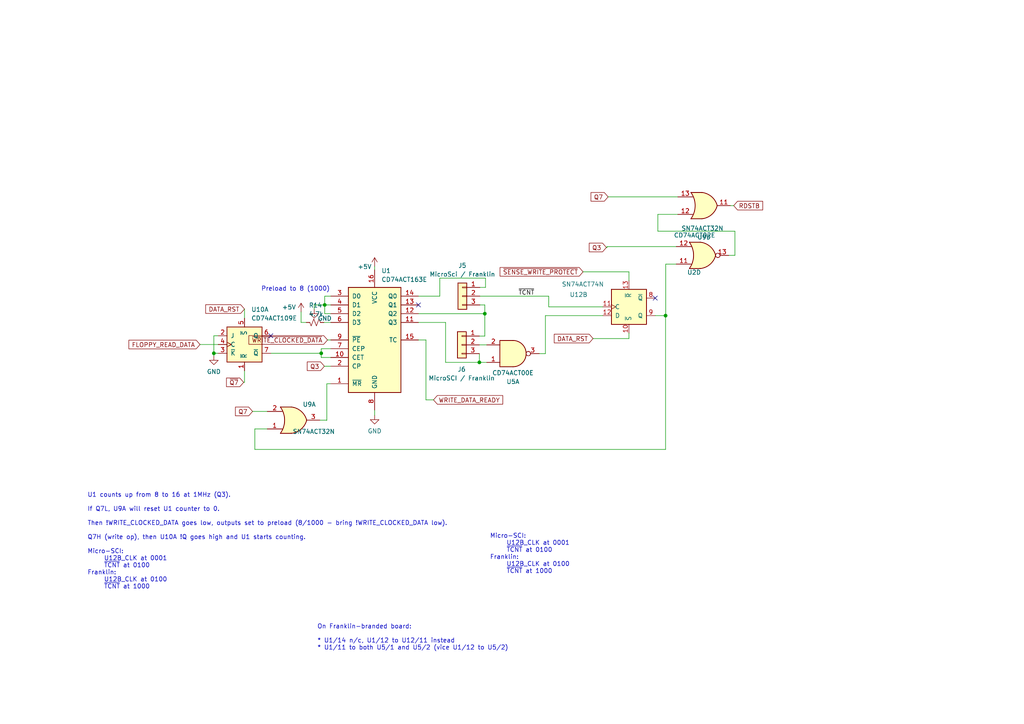
<source format=kicad_sch>
(kicad_sch (version 20230121) (generator eeschema)
  (paper "A4")
  (lib_symbols
    (symbol "74xx:74LS00" (pin_names (offset 1.016))
      (property "Reference" "U" (at 0 1.27 0))
      (property "Value" "74LS00" (at 0 -1.27 0))
      (symbol "74LS00_1_1"
        (arc (start 0 -3.81) (mid 3.7934 0) (end 0 3.81) (stroke (width 0.254)) (fill (type background)))
        (polyline (pts (xy 0 3.81) (xy -3.81 3.81) (xy -3.81 -3.81) (xy 0 -3.81)) (stroke (width 0.254)) (fill (type background)))
        (pin input line (at -7.62 2.54 0) (length 3.81) (name "~") (number "1"))
        (pin input line (at -7.62 -2.54 0) (length 3.81) (name "~") (number "2"))
        (pin output inverted (at 7.62 0 180) (length 3.81) (name "~") (number "3"))
      )
      (symbol "74LS00_1_2"
        (arc (start -3.81 -3.81) (mid -2.589 0) (end -3.81 3.81) (stroke (width 0.254)))
        (arc (start -0.6096 -3.81) (mid 2.1842 -2.5851) (end 3.81 0) (stroke (width 0.254)) (fill (type background)))
        (polyline (pts (xy -3.81 -3.81) (xy -0.635 -3.81)) (stroke (width 0.254)) (fill (type background)))
        (polyline (pts (xy -3.81 3.81) (xy -0.635 3.81)) (stroke (width 0.254)) (fill (type background)))
        (polyline (pts (xy -0.635 3.81) (xy -3.81 3.81) (xy -3.81 3.81) (xy -3.556 3.4036) (xy -3.0226 2.2606) (xy -2.6924 1.0414) (xy -2.6162 -0.254) (xy -2.7686 -1.4986) (xy -3.175 -2.7178) (xy -3.81 -3.81) (xy -3.81 -3.81) (xy -0.635 -3.81)) (stroke (width -25.4)) (fill (type background)))
        (arc (start 3.81 0) (mid 2.1915 2.5936) (end -0.6096 3.81) (stroke (width 0.254)) (fill (type background)))
        (pin input inverted (at -7.62 2.54 0) (length 4.318) (name "~") (number "1"))
        (pin input inverted (at -7.62 -2.54 0) (length 4.318) (name "~") (number "2"))
        (pin output line (at 7.62 0 180) (length 3.81) (name "~") (number "3"))
      )
      (symbol "74LS00_2_1"
        (arc (start 0 -3.81) (mid 3.7934 0) (end 0 3.81) (stroke (width 0.254)) (fill (type background)))
        (polyline (pts (xy 0 3.81) (xy -3.81 3.81) (xy -3.81 -3.81) (xy 0 -3.81)) (stroke (width 0.254)) (fill (type background)))
        (pin input line (at -7.62 2.54 0) (length 3.81) (name "~") (number "4"))
        (pin input line (at -7.62 -2.54 0) (length 3.81) (name "~") (number "5"))
        (pin output inverted (at 7.62 0 180) (length 3.81) (name "~") (number "6"))
      )
      (symbol "74LS00_2_2"
        (arc (start -3.81 -3.81) (mid -2.589 0) (end -3.81 3.81) (stroke (width 0.254)))
        (arc (start -0.6096 -3.81) (mid 2.1842 -2.5851) (end 3.81 0) (stroke (width 0.254)) (fill (type background)))
        (polyline (pts (xy -3.81 -3.81) (xy -0.635 -3.81)) (stroke (width 0.254)) (fill (type background)))
        (polyline (pts (xy -3.81 3.81) (xy -0.635 3.81)) (stroke (width 0.254)) (fill (type background)))
        (polyline (pts (xy -0.635 3.81) (xy -3.81 3.81) (xy -3.81 3.81) (xy -3.556 3.4036) (xy -3.0226 2.2606) (xy -2.6924 1.0414) (xy -2.6162 -0.254) (xy -2.7686 -1.4986) (xy -3.175 -2.7178) (xy -3.81 -3.81) (xy -3.81 -3.81) (xy -0.635 -3.81)) (stroke (width -25.4)) (fill (type background)))
        (arc (start 3.81 0) (mid 2.1915 2.5936) (end -0.6096 3.81) (stroke (width 0.254)) (fill (type background)))
        (pin input inverted (at -7.62 2.54 0) (length 4.318) (name "~") (number "4"))
        (pin input inverted (at -7.62 -2.54 0) (length 4.318) (name "~") (number "5"))
        (pin output line (at 7.62 0 180) (length 3.81) (name "~") (number "6"))
      )
      (symbol "74LS00_3_1"
        (arc (start 0 -3.81) (mid 3.7934 0) (end 0 3.81) (stroke (width 0.254)) (fill (type background)))
        (polyline (pts (xy 0 3.81) (xy -3.81 3.81) (xy -3.81 -3.81) (xy 0 -3.81)) (stroke (width 0.254)) (fill (type background)))
        (pin input line (at -7.62 -2.54 0) (length 3.81) (name "~") (number "10"))
        (pin output inverted (at 7.62 0 180) (length 3.81) (name "~") (number "8"))
        (pin input line (at -7.62 2.54 0) (length 3.81) (name "~") (number "9"))
      )
      (symbol "74LS00_3_2"
        (arc (start -3.81 -3.81) (mid -2.589 0) (end -3.81 3.81) (stroke (width 0.254)))
        (arc (start -0.6096 -3.81) (mid 2.1842 -2.5851) (end 3.81 0) (stroke (width 0.254)) (fill (type background)))
        (polyline (pts (xy -3.81 -3.81) (xy -0.635 -3.81)) (stroke (width 0.254)) (fill (type background)))
        (polyline (pts (xy -3.81 3.81) (xy -0.635 3.81)) (stroke (width 0.254)) (fill (type background)))
        (polyline (pts (xy -0.635 3.81) (xy -3.81 3.81) (xy -3.81 3.81) (xy -3.556 3.4036) (xy -3.0226 2.2606) (xy -2.6924 1.0414) (xy -2.6162 -0.254) (xy -2.7686 -1.4986) (xy -3.175 -2.7178) (xy -3.81 -3.81) (xy -3.81 -3.81) (xy -0.635 -3.81)) (stroke (width -25.4)) (fill (type background)))
        (arc (start 3.81 0) (mid 2.1915 2.5936) (end -0.6096 3.81) (stroke (width 0.254)) (fill (type background)))
        (pin input inverted (at -7.62 -2.54 0) (length 4.318) (name "~") (number "10"))
        (pin output line (at 7.62 0 180) (length 3.81) (name "~") (number "8"))
        (pin input inverted (at -7.62 2.54 0) (length 4.318) (name "~") (number "9"))
      )
      (symbol "74LS00_4_1"
        (arc (start 0 -3.81) (mid 3.7934 0) (end 0 3.81) (stroke (width 0.254)) (fill (type background)))
        (polyline (pts (xy 0 3.81) (xy -3.81 3.81) (xy -3.81 -3.81) (xy 0 -3.81)) (stroke (width 0.254)) (fill (type background)))
        (pin output inverted (at 7.62 0 180) (length 3.81) (name "~") (number "11"))
        (pin input line (at -7.62 2.54 0) (length 3.81) (name "~") (number "12"))
        (pin input line (at -7.62 -2.54 0) (length 3.81) (name "~") (number "13"))
      )
      (symbol "74LS00_4_2"
        (arc (start -3.81 -3.81) (mid -2.589 0) (end -3.81 3.81) (stroke (width 0.254)))
        (arc (start -0.6096 -3.81) (mid 2.1842 -2.5851) (end 3.81 0) (stroke (width 0.254)) (fill (type background)))
        (polyline (pts (xy -3.81 -3.81) (xy -0.635 -3.81)) (stroke (width 0.254)) (fill (type background)))
        (polyline (pts (xy -3.81 3.81) (xy -0.635 3.81)) (stroke (width 0.254)) (fill (type background)))
        (polyline (pts (xy -0.635 3.81) (xy -3.81 3.81) (xy -3.81 3.81) (xy -3.556 3.4036) (xy -3.0226 2.2606) (xy -2.6924 1.0414) (xy -2.6162 -0.254) (xy -2.7686 -1.4986) (xy -3.175 -2.7178) (xy -3.81 -3.81) (xy -3.81 -3.81) (xy -0.635 -3.81)) (stroke (width -25.4)) (fill (type background)))
        (arc (start 3.81 0) (mid 2.1915 2.5936) (end -0.6096 3.81) (stroke (width 0.254)) (fill (type background)))
        (pin output line (at 7.62 0 180) (length 3.81) (name "~") (number "11"))
        (pin input inverted (at -7.62 2.54 0) (length 4.318) (name "~") (number "12"))
        (pin input inverted (at -7.62 -2.54 0) (length 4.318) (name "~") (number "13"))
      )
      (symbol "74LS00_5_0"
        (pin power_in line (at 0 12.7 270) (length 5.08) (name "VCC") (number "14"))
        (pin power_in line (at 0 -12.7 90) (length 5.08) (name "GND") (number "7"))
      )
      (symbol "74LS00_5_1"
        (rectangle (start -5.08 7.62) (end 5.08 -7.62) (stroke (width 0.254)) (fill (type background)))
      )
    )
    (symbol "74xx:74LS02" (pin_names (offset 1.016))
      (property "Reference" "U" (at 0 1.27 0))
      (property "Value" "74LS02" (at 0 -1.27 0))
      (symbol "74LS02_1_1"
        (arc (start -3.81 -3.81) (mid -2.589 0) (end -3.81 3.81) (stroke (width 0.254)))
        (arc (start -0.6096 -3.81) (mid 2.1842 -2.5851) (end 3.81 0) (stroke (width 0.254)) (fill (type background)))
        (polyline (pts (xy -3.81 -3.81) (xy -0.635 -3.81)) (stroke (width 0.254)) (fill (type background)))
        (polyline (pts (xy -3.81 3.81) (xy -0.635 3.81)) (stroke (width 0.254)) (fill (type background)))
        (polyline (pts (xy -0.635 3.81) (xy -3.81 3.81) (xy -3.81 3.81) (xy -3.556 3.4036) (xy -3.0226 2.2606) (xy -2.6924 1.0414) (xy -2.6162 -0.254) (xy -2.7686 -1.4986) (xy -3.175 -2.7178) (xy -3.81 -3.81) (xy -3.81 -3.81) (xy -0.635 -3.81)) (stroke (width -25.4)) (fill (type background)))
        (arc (start 3.81 0) (mid 2.1915 2.5936) (end -0.6096 3.81) (stroke (width 0.254)) (fill (type background)))
        (pin output inverted (at 7.62 0 180) (length 3.81) (name "~") (number "1"))
        (pin input line (at -7.62 2.54 0) (length 4.318) (name "~") (number "2"))
        (pin input line (at -7.62 -2.54 0) (length 4.318) (name "~") (number "3"))
      )
      (symbol "74LS02_1_2"
        (arc (start 0 -3.81) (mid 3.7934 0) (end 0 3.81) (stroke (width 0.254)) (fill (type background)))
        (polyline (pts (xy 0 3.81) (xy -3.81 3.81) (xy -3.81 -3.81) (xy 0 -3.81)) (stroke (width 0.254)) (fill (type background)))
        (pin output line (at 7.62 0 180) (length 3.81) (name "~") (number "1"))
        (pin input inverted (at -7.62 2.54 0) (length 3.81) (name "~") (number "2"))
        (pin input inverted (at -7.62 -2.54 0) (length 3.81) (name "~") (number "3"))
      )
      (symbol "74LS02_2_1"
        (arc (start -3.81 -3.81) (mid -2.589 0) (end -3.81 3.81) (stroke (width 0.254)))
        (arc (start -0.6096 -3.81) (mid 2.1842 -2.5851) (end 3.81 0) (stroke (width 0.254)) (fill (type background)))
        (polyline (pts (xy -3.81 -3.81) (xy -0.635 -3.81)) (stroke (width 0.254)) (fill (type background)))
        (polyline (pts (xy -3.81 3.81) (xy -0.635 3.81)) (stroke (width 0.254)) (fill (type background)))
        (polyline (pts (xy -0.635 3.81) (xy -3.81 3.81) (xy -3.81 3.81) (xy -3.556 3.4036) (xy -3.0226 2.2606) (xy -2.6924 1.0414) (xy -2.6162 -0.254) (xy -2.7686 -1.4986) (xy -3.175 -2.7178) (xy -3.81 -3.81) (xy -3.81 -3.81) (xy -0.635 -3.81)) (stroke (width -25.4)) (fill (type background)))
        (arc (start 3.81 0) (mid 2.1915 2.5936) (end -0.6096 3.81) (stroke (width 0.254)) (fill (type background)))
        (pin output inverted (at 7.62 0 180) (length 3.81) (name "~") (number "4"))
        (pin input line (at -7.62 2.54 0) (length 4.318) (name "~") (number "5"))
        (pin input line (at -7.62 -2.54 0) (length 4.318) (name "~") (number "6"))
      )
      (symbol "74LS02_2_2"
        (arc (start 0 -3.81) (mid 3.7934 0) (end 0 3.81) (stroke (width 0.254)) (fill (type background)))
        (polyline (pts (xy 0 3.81) (xy -3.81 3.81) (xy -3.81 -3.81) (xy 0 -3.81)) (stroke (width 0.254)) (fill (type background)))
        (pin output line (at 7.62 0 180) (length 3.81) (name "~") (number "4"))
        (pin input inverted (at -7.62 2.54 0) (length 3.81) (name "~") (number "5"))
        (pin input inverted (at -7.62 -2.54 0) (length 3.81) (name "~") (number "6"))
      )
      (symbol "74LS02_3_1"
        (arc (start -3.81 -3.81) (mid -2.589 0) (end -3.81 3.81) (stroke (width 0.254)))
        (arc (start -0.6096 -3.81) (mid 2.1842 -2.5851) (end 3.81 0) (stroke (width 0.254)) (fill (type background)))
        (polyline (pts (xy -3.81 -3.81) (xy -0.635 -3.81)) (stroke (width 0.254)) (fill (type background)))
        (polyline (pts (xy -3.81 3.81) (xy -0.635 3.81)) (stroke (width 0.254)) (fill (type background)))
        (polyline (pts (xy -0.635 3.81) (xy -3.81 3.81) (xy -3.81 3.81) (xy -3.556 3.4036) (xy -3.0226 2.2606) (xy -2.6924 1.0414) (xy -2.6162 -0.254) (xy -2.7686 -1.4986) (xy -3.175 -2.7178) (xy -3.81 -3.81) (xy -3.81 -3.81) (xy -0.635 -3.81)) (stroke (width -25.4)) (fill (type background)))
        (arc (start 3.81 0) (mid 2.1915 2.5936) (end -0.6096 3.81) (stroke (width 0.254)) (fill (type background)))
        (pin output inverted (at 7.62 0 180) (length 3.81) (name "~") (number "10"))
        (pin input line (at -7.62 2.54 0) (length 4.318) (name "~") (number "8"))
        (pin input line (at -7.62 -2.54 0) (length 4.318) (name "~") (number "9"))
      )
      (symbol "74LS02_3_2"
        (arc (start 0 -3.81) (mid 3.7934 0) (end 0 3.81) (stroke (width 0.254)) (fill (type background)))
        (polyline (pts (xy 0 3.81) (xy -3.81 3.81) (xy -3.81 -3.81) (xy 0 -3.81)) (stroke (width 0.254)) (fill (type background)))
        (pin output line (at 7.62 0 180) (length 3.81) (name "~") (number "10"))
        (pin input inverted (at -7.62 2.54 0) (length 3.81) (name "~") (number "8"))
        (pin input inverted (at -7.62 -2.54 0) (length 3.81) (name "~") (number "9"))
      )
      (symbol "74LS02_4_1"
        (arc (start -3.81 -3.81) (mid -2.589 0) (end -3.81 3.81) (stroke (width 0.254)))
        (arc (start -0.6096 -3.81) (mid 2.1842 -2.5851) (end 3.81 0) (stroke (width 0.254)) (fill (type background)))
        (polyline (pts (xy -3.81 -3.81) (xy -0.635 -3.81)) (stroke (width 0.254)) (fill (type background)))
        (polyline (pts (xy -3.81 3.81) (xy -0.635 3.81)) (stroke (width 0.254)) (fill (type background)))
        (polyline (pts (xy -0.635 3.81) (xy -3.81 3.81) (xy -3.81 3.81) (xy -3.556 3.4036) (xy -3.0226 2.2606) (xy -2.6924 1.0414) (xy -2.6162 -0.254) (xy -2.7686 -1.4986) (xy -3.175 -2.7178) (xy -3.81 -3.81) (xy -3.81 -3.81) (xy -0.635 -3.81)) (stroke (width -25.4)) (fill (type background)))
        (arc (start 3.81 0) (mid 2.1915 2.5936) (end -0.6096 3.81) (stroke (width 0.254)) (fill (type background)))
        (pin input line (at -7.62 2.54 0) (length 4.318) (name "~") (number "11"))
        (pin input line (at -7.62 -2.54 0) (length 4.318) (name "~") (number "12"))
        (pin output inverted (at 7.62 0 180) (length 3.81) (name "~") (number "13"))
      )
      (symbol "74LS02_4_2"
        (arc (start 0 -3.81) (mid 3.7934 0) (end 0 3.81) (stroke (width 0.254)) (fill (type background)))
        (polyline (pts (xy 0 3.81) (xy -3.81 3.81) (xy -3.81 -3.81) (xy 0 -3.81)) (stroke (width 0.254)) (fill (type background)))
        (pin input inverted (at -7.62 2.54 0) (length 3.81) (name "~") (number "11"))
        (pin input inverted (at -7.62 -2.54 0) (length 3.81) (name "~") (number "12"))
        (pin output line (at 7.62 0 180) (length 3.81) (name "~") (number "13"))
      )
      (symbol "74LS02_5_0"
        (pin power_in line (at 0 12.7 270) (length 5.08) (name "VCC") (number "14"))
        (pin power_in line (at 0 -12.7 90) (length 5.08) (name "GND") (number "7"))
      )
      (symbol "74LS02_5_1"
        (rectangle (start -5.08 7.62) (end 5.08 -7.62) (stroke (width 0.254)) (fill (type background)))
      )
    )
    (symbol "74xx:74LS109" (pin_names (offset 1.016))
      (property "Reference" "U" (at -7.62 8.89 0))
      (property "Value" "74LS109" (at -7.62 -8.89 0))
      (symbol "74LS109_1_0"
        (pin input line (at 0 -7.62 90) (length 2.54) (name "~{R}") (number "1"))
        (pin input line (at -7.62 2.54 0) (length 2.54) (name "J") (number "2"))
        (pin input line (at -7.62 -2.54 0) (length 2.54) (name "~{K}") (number "3"))
        (pin input clock (at -7.62 0 0) (length 2.54) (name "C") (number "4"))
        (pin input line (at 0 7.62 270) (length 2.54) (name "~{S}") (number "5"))
        (pin output line (at 7.62 2.54 180) (length 2.54) (name "Q") (number "6"))
        (pin output line (at 7.62 -2.54 180) (length 2.54) (name "~{Q}") (number "7"))
      )
      (symbol "74LS109_1_1"
        (rectangle (start -5.08 5.08) (end 5.08 -5.08) (stroke (width 0.254)) (fill (type background)))
      )
      (symbol "74LS109_2_0"
        (pin output line (at 7.62 2.54 180) (length 2.54) (name "Q") (number "10"))
        (pin input line (at 0 7.62 270) (length 2.54) (name "~{S}") (number "11"))
        (pin input clock (at -7.62 0 0) (length 2.54) (name "C") (number "12"))
        (pin input line (at -7.62 -2.54 0) (length 2.54) (name "~{K}") (number "13"))
        (pin input line (at -7.62 2.54 0) (length 2.54) (name "J") (number "14"))
        (pin input line (at 0 -7.62 90) (length 2.54) (name "~{R}") (number "15"))
        (pin output line (at 7.62 -2.54 180) (length 2.54) (name "~{Q}") (number "9"))
      )
      (symbol "74LS109_2_1"
        (rectangle (start -5.08 5.08) (end 5.08 -5.08) (stroke (width 0.254)) (fill (type background)))
      )
      (symbol "74LS109_3_0"
        (pin power_in line (at 0 10.16 270) (length 2.54) (name "VCC") (number "16"))
        (pin power_in line (at 0 -10.16 90) (length 2.54) (name "GND") (number "8"))
      )
      (symbol "74LS109_3_1"
        (rectangle (start -5.08 7.62) (end 5.08 -7.62) (stroke (width 0.254)) (fill (type background)))
      )
    )
    (symbol "74xx:74LS163" (pin_names (offset 1.016))
      (property "Reference" "U" (at -7.62 16.51 0))
      (property "Value" "74LS163" (at -7.62 -16.51 0))
      (symbol "74LS163_1_0"
        (pin input line (at -12.7 -12.7 0) (length 5.08) (name "~{MR}") (number "1"))
        (pin input line (at -12.7 -5.08 0) (length 5.08) (name "CET") (number "10"))
        (pin output line (at 12.7 5.08 180) (length 5.08) (name "Q3") (number "11"))
        (pin output line (at 12.7 7.62 180) (length 5.08) (name "Q2") (number "12"))
        (pin output line (at 12.7 10.16 180) (length 5.08) (name "Q1") (number "13"))
        (pin output line (at 12.7 12.7 180) (length 5.08) (name "Q0") (number "14"))
        (pin output line (at 12.7 0 180) (length 5.08) (name "TC") (number "15"))
        (pin power_in line (at 0 20.32 270) (length 5.08) (name "VCC") (number "16"))
        (pin input line (at -12.7 -7.62 0) (length 5.08) (name "CP") (number "2"))
        (pin input line (at -12.7 12.7 0) (length 5.08) (name "D0") (number "3"))
        (pin input line (at -12.7 10.16 0) (length 5.08) (name "D1") (number "4"))
        (pin input line (at -12.7 7.62 0) (length 5.08) (name "D2") (number "5"))
        (pin input line (at -12.7 5.08 0) (length 5.08) (name "D3") (number "6"))
        (pin input line (at -12.7 -2.54 0) (length 5.08) (name "CEP") (number "7"))
        (pin power_in line (at 0 -20.32 90) (length 5.08) (name "GND") (number "8"))
        (pin input line (at -12.7 0 0) (length 5.08) (name "~{PE}") (number "9"))
      )
      (symbol "74LS163_1_1"
        (rectangle (start -7.62 15.24) (end 7.62 -15.24) (stroke (width 0.254)) (fill (type background)))
      )
    )
    (symbol "74xx:74LS32" (pin_names (offset 1.016))
      (property "Reference" "U" (at 0 1.27 0))
      (property "Value" "74LS32" (at 0 -1.27 0))
      (symbol "74LS32_1_1"
        (arc (start -3.81 -3.81) (mid -2.589 0) (end -3.81 3.81) (stroke (width 0.254)))
        (arc (start -0.6096 -3.81) (mid 2.1842 -2.5851) (end 3.81 0) (stroke (width 0.254)) (fill (type background)))
        (polyline (pts (xy -3.81 -3.81) (xy -0.635 -3.81)) (stroke (width 0.254)) (fill (type background)))
        (polyline (pts (xy -3.81 3.81) (xy -0.635 3.81)) (stroke (width 0.254)) (fill (type background)))
        (polyline (pts (xy -0.635 3.81) (xy -3.81 3.81) (xy -3.81 3.81) (xy -3.556 3.4036) (xy -3.0226 2.2606) (xy -2.6924 1.0414) (xy -2.6162 -0.254) (xy -2.7686 -1.4986) (xy -3.175 -2.7178) (xy -3.81 -3.81) (xy -3.81 -3.81) (xy -0.635 -3.81)) (stroke (width -25.4)) (fill (type background)))
        (arc (start 3.81 0) (mid 2.1915 2.5936) (end -0.6096 3.81) (stroke (width 0.254)) (fill (type background)))
        (pin input line (at -7.62 2.54 0) (length 4.318) (name "~") (number "1"))
        (pin input line (at -7.62 -2.54 0) (length 4.318) (name "~") (number "2"))
        (pin output line (at 7.62 0 180) (length 3.81) (name "~") (number "3"))
      )
      (symbol "74LS32_1_2"
        (arc (start 0 -3.81) (mid 3.7934 0) (end 0 3.81) (stroke (width 0.254)) (fill (type background)))
        (polyline (pts (xy 0 3.81) (xy -3.81 3.81) (xy -3.81 -3.81) (xy 0 -3.81)) (stroke (width 0.254)) (fill (type background)))
        (pin input inverted (at -7.62 2.54 0) (length 3.81) (name "~") (number "1"))
        (pin input inverted (at -7.62 -2.54 0) (length 3.81) (name "~") (number "2"))
        (pin output inverted (at 7.62 0 180) (length 3.81) (name "~") (number "3"))
      )
      (symbol "74LS32_2_1"
        (arc (start -3.81 -3.81) (mid -2.589 0) (end -3.81 3.81) (stroke (width 0.254)))
        (arc (start -0.6096 -3.81) (mid 2.1842 -2.5851) (end 3.81 0) (stroke (width 0.254)) (fill (type background)))
        (polyline (pts (xy -3.81 -3.81) (xy -0.635 -3.81)) (stroke (width 0.254)) (fill (type background)))
        (polyline (pts (xy -3.81 3.81) (xy -0.635 3.81)) (stroke (width 0.254)) (fill (type background)))
        (polyline (pts (xy -0.635 3.81) (xy -3.81 3.81) (xy -3.81 3.81) (xy -3.556 3.4036) (xy -3.0226 2.2606) (xy -2.6924 1.0414) (xy -2.6162 -0.254) (xy -2.7686 -1.4986) (xy -3.175 -2.7178) (xy -3.81 -3.81) (xy -3.81 -3.81) (xy -0.635 -3.81)) (stroke (width -25.4)) (fill (type background)))
        (arc (start 3.81 0) (mid 2.1915 2.5936) (end -0.6096 3.81) (stroke (width 0.254)) (fill (type background)))
        (pin input line (at -7.62 2.54 0) (length 4.318) (name "~") (number "4"))
        (pin input line (at -7.62 -2.54 0) (length 4.318) (name "~") (number "5"))
        (pin output line (at 7.62 0 180) (length 3.81) (name "~") (number "6"))
      )
      (symbol "74LS32_2_2"
        (arc (start 0 -3.81) (mid 3.7934 0) (end 0 3.81) (stroke (width 0.254)) (fill (type background)))
        (polyline (pts (xy 0 3.81) (xy -3.81 3.81) (xy -3.81 -3.81) (xy 0 -3.81)) (stroke (width 0.254)) (fill (type background)))
        (pin input inverted (at -7.62 2.54 0) (length 3.81) (name "~") (number "4"))
        (pin input inverted (at -7.62 -2.54 0) (length 3.81) (name "~") (number "5"))
        (pin output inverted (at 7.62 0 180) (length 3.81) (name "~") (number "6"))
      )
      (symbol "74LS32_3_1"
        (arc (start -3.81 -3.81) (mid -2.589 0) (end -3.81 3.81) (stroke (width 0.254)))
        (arc (start -0.6096 -3.81) (mid 2.1842 -2.5851) (end 3.81 0) (stroke (width 0.254)) (fill (type background)))
        (polyline (pts (xy -3.81 -3.81) (xy -0.635 -3.81)) (stroke (width 0.254)) (fill (type background)))
        (polyline (pts (xy -3.81 3.81) (xy -0.635 3.81)) (stroke (width 0.254)) (fill (type background)))
        (polyline (pts (xy -0.635 3.81) (xy -3.81 3.81) (xy -3.81 3.81) (xy -3.556 3.4036) (xy -3.0226 2.2606) (xy -2.6924 1.0414) (xy -2.6162 -0.254) (xy -2.7686 -1.4986) (xy -3.175 -2.7178) (xy -3.81 -3.81) (xy -3.81 -3.81) (xy -0.635 -3.81)) (stroke (width -25.4)) (fill (type background)))
        (arc (start 3.81 0) (mid 2.1915 2.5936) (end -0.6096 3.81) (stroke (width 0.254)) (fill (type background)))
        (pin input line (at -7.62 -2.54 0) (length 4.318) (name "~") (number "10"))
        (pin output line (at 7.62 0 180) (length 3.81) (name "~") (number "8"))
        (pin input line (at -7.62 2.54 0) (length 4.318) (name "~") (number "9"))
      )
      (symbol "74LS32_3_2"
        (arc (start 0 -3.81) (mid 3.7934 0) (end 0 3.81) (stroke (width 0.254)) (fill (type background)))
        (polyline (pts (xy 0 3.81) (xy -3.81 3.81) (xy -3.81 -3.81) (xy 0 -3.81)) (stroke (width 0.254)) (fill (type background)))
        (pin input inverted (at -7.62 -2.54 0) (length 3.81) (name "~") (number "10"))
        (pin output inverted (at 7.62 0 180) (length 3.81) (name "~") (number "8"))
        (pin input inverted (at -7.62 2.54 0) (length 3.81) (name "~") (number "9"))
      )
      (symbol "74LS32_4_1"
        (arc (start -3.81 -3.81) (mid -2.589 0) (end -3.81 3.81) (stroke (width 0.254)))
        (arc (start -0.6096 -3.81) (mid 2.1842 -2.5851) (end 3.81 0) (stroke (width 0.254)) (fill (type background)))
        (polyline (pts (xy -3.81 -3.81) (xy -0.635 -3.81)) (stroke (width 0.254)) (fill (type background)))
        (polyline (pts (xy -3.81 3.81) (xy -0.635 3.81)) (stroke (width 0.254)) (fill (type background)))
        (polyline (pts (xy -0.635 3.81) (xy -3.81 3.81) (xy -3.81 3.81) (xy -3.556 3.4036) (xy -3.0226 2.2606) (xy -2.6924 1.0414) (xy -2.6162 -0.254) (xy -2.7686 -1.4986) (xy -3.175 -2.7178) (xy -3.81 -3.81) (xy -3.81 -3.81) (xy -0.635 -3.81)) (stroke (width -25.4)) (fill (type background)))
        (arc (start 3.81 0) (mid 2.1915 2.5936) (end -0.6096 3.81) (stroke (width 0.254)) (fill (type background)))
        (pin output line (at 7.62 0 180) (length 3.81) (name "~") (number "11"))
        (pin input line (at -7.62 2.54 0) (length 4.318) (name "~") (number "12"))
        (pin input line (at -7.62 -2.54 0) (length 4.318) (name "~") (number "13"))
      )
      (symbol "74LS32_4_2"
        (arc (start 0 -3.81) (mid 3.7934 0) (end 0 3.81) (stroke (width 0.254)) (fill (type background)))
        (polyline (pts (xy 0 3.81) (xy -3.81 3.81) (xy -3.81 -3.81) (xy 0 -3.81)) (stroke (width 0.254)) (fill (type background)))
        (pin output inverted (at 7.62 0 180) (length 3.81) (name "~") (number "11"))
        (pin input inverted (at -7.62 2.54 0) (length 3.81) (name "~") (number "12"))
        (pin input inverted (at -7.62 -2.54 0) (length 3.81) (name "~") (number "13"))
      )
      (symbol "74LS32_5_0"
        (pin power_in line (at 0 12.7 270) (length 5.08) (name "VCC") (number "14"))
        (pin power_in line (at 0 -12.7 90) (length 5.08) (name "GND") (number "7"))
      )
      (symbol "74LS32_5_1"
        (rectangle (start -5.08 7.62) (end 5.08 -7.62) (stroke (width 0.254)) (fill (type background)))
      )
    )
    (symbol "74xx:74LS74" (pin_names (offset 1.016))
      (property "Reference" "U" (at -7.62 8.89 0))
      (property "Value" "74LS74" (at -7.62 -8.89 0))
      (symbol "74LS74_1_0"
        (pin input line (at 0 -7.62 90) (length 2.54) (name "~{R}") (number "1"))
        (pin input line (at -7.62 2.54 0) (length 2.54) (name "D") (number "2"))
        (pin input clock (at -7.62 0 0) (length 2.54) (name "C") (number "3"))
        (pin input line (at 0 7.62 270) (length 2.54) (name "~{S}") (number "4"))
        (pin output line (at 7.62 2.54 180) (length 2.54) (name "Q") (number "5"))
        (pin output line (at 7.62 -2.54 180) (length 2.54) (name "~{Q}") (number "6"))
      )
      (symbol "74LS74_1_1"
        (rectangle (start -5.08 5.08) (end 5.08 -5.08) (stroke (width 0.254)) (fill (type background)))
      )
      (symbol "74LS74_2_0"
        (pin input line (at 0 7.62 270) (length 2.54) (name "~{S}") (number "10"))
        (pin input clock (at -7.62 0 0) (length 2.54) (name "C") (number "11"))
        (pin input line (at -7.62 2.54 0) (length 2.54) (name "D") (number "12"))
        (pin input line (at 0 -7.62 90) (length 2.54) (name "~{R}") (number "13"))
        (pin output line (at 7.62 -2.54 180) (length 2.54) (name "~{Q}") (number "8"))
        (pin output line (at 7.62 2.54 180) (length 2.54) (name "Q") (number "9"))
      )
      (symbol "74LS74_2_1"
        (rectangle (start -5.08 5.08) (end 5.08 -5.08) (stroke (width 0.254)) (fill (type background)))
      )
      (symbol "74LS74_3_0"
        (pin power_in line (at 0 10.16 270) (length 2.54) (name "VCC") (number "14"))
        (pin power_in line (at 0 -10.16 90) (length 2.54) (name "GND") (number "7"))
      )
      (symbol "74LS74_3_1"
        (rectangle (start -5.08 7.62) (end 5.08 -7.62) (stroke (width 0.254)) (fill (type background)))
      )
    )
    (symbol "Connector_Generic:Conn_01x03" (pin_names (offset 1.016) hide)
      (property "Reference" "J" (at 0 5.08 0))
      (property "Value" "Conn_01x03" (at 0 -5.08 0))
      (symbol "Conn_01x03_1_1"
        (rectangle (start -1.27 -2.413) (end 0 -2.667) (stroke (width 0.1524)))
        (rectangle (start -1.27 0.127) (end 0 -0.127) (stroke (width 0.1524)))
        (rectangle (start -1.27 2.667) (end 0 2.413) (stroke (width 0.1524)))
        (rectangle (start -1.27 3.81) (end 1.27 -3.81) (stroke (width 0.254)) (fill (type background)))
        (pin passive line (at -5.08 2.54 0) (length 3.81) (name "Pin_1") (number "1"))
        (pin passive line (at -5.08 0 0) (length 3.81) (name "Pin_2") (number "2"))
        (pin passive line (at -5.08 -2.54 0) (length 3.81) (name "Pin_3") (number "3"))
      )
    )
    (symbol "Device:R_Small_US" (pin_numbers hide) (pin_names (offset 0.254) hide)
      (property "Reference" "R" (at 0.762 0.508 0))
      (property "Value" "R_Small_US" (at 0.762 -1.016 0))
      (symbol "R_Small_US_1_1"
        (polyline (pts (xy 0 0) (xy 1.016 -0.381) (xy 0 -0.762) (xy -1.016 -1.143) (xy 0 -1.524)))
        (polyline (pts (xy 0 1.524) (xy 1.016 1.143) (xy 0 0.762) (xy -1.016 0.381) (xy 0 0)))
        (pin passive line (at 0 2.54 270) (length 1.016) (name "~") (number "1"))
        (pin passive line (at 0 -2.54 90) (length 1.016) (name "~") (number "2"))
      )
    )
    (symbol "power:+5V" (power) (pin_names (offset 0))
      (property "Value" "+5V" (at 0 3.556 0))
      (symbol "+5V_0_1"
        (polyline (pts (xy -0.762 1.27) (xy 0 2.54)))
        (polyline (pts (xy 0 0) (xy 0 2.54)))
        (polyline (pts (xy 0 2.54) (xy 0.762 1.27)))
      )
      (symbol "+5V_1_1"
        (pin power_in line (at 0 0 90) (length 0) hide (name "+5V") (number "1"))
      )
    )
    (symbol "power:GND" (power) (pin_names (offset 0))
      (property "Value" "GND" (at 0 -3.81 0))
      (symbol "GND_0_1"
        (polyline (pts (xy 0 0) (xy 0 -1.27) (xy 1.27 -1.27) (xy 0 -2.54) (xy -1.27 -1.27) (xy 0 -1.27)))
      )
      (symbol "GND_1_1"
        (pin power_in line (at 0 0 270) (length 0) hide (name "GND") (number "1"))
      )
    )
  )
  (junction (at 62.0268 102.4636))
  (junction (at 140.6144 90.9828))
  (junction (at 193.04 91.5416))
  (junction (at 139.0396 105.1052))
  (junction (at 94.1832 88.4428))
  (junction (at 93.1672 102.4636))
  (no_connect (at 78.5368 97.3836))
  (no_connect (at 190.0428 86.4616))
  (no_connect (at 121.3612 88.4428))
  (wire (pts (xy 94.1832 88.4428) (xy 95.9612 88.4428)))
  (wire (pts (xy 73.914 124.4092) (xy 77.5208 124.4092)))
  (wire (pts (xy 88.8492 93.5228) (xy 87.3252 93.5228)))
  (wire (pts (xy 193.0908 76.6064) (xy 196.1388 76.6064)))
  (wire (pts (xy 94.7928 111.3028) (xy 94.7928 121.92)))
  (wire (pts (xy 190.8048 62.1792) (xy 196.596 62.1792)))
  (wire (pts (xy 139.0396 100.0252) (xy 141.1732 100.0252)))
  (wire (pts (xy 70.9168 92.3036) (xy 70.9168 89.6366)))
  (wire (pts (xy 63.2968 97.3836) (xy 62.0268 97.3836)))
  (wire (pts (xy 176.0728 71.7804) (xy 176.0728 71.5264)))
  (wire (pts (xy 70.9168 107.5436) (xy 70.9168 110.8964)))
  (wire (pts (xy 190.8048 67.056) (xy 213.1568 67.056)))
  (wire (pts (xy 193.0908 76.6064) (xy 193.0908 91.5416)))
  (wire (pts (xy 108.6612 118.9228) (xy 108.6612 120.4468)))
  (wire (pts (xy 139.0396 105.1052) (xy 129.2352 105.1052)))
  (wire (pts (xy 91.1352 88.4428) (xy 94.1832 88.4428)))
  (wire (pts (xy 58.0136 99.9236) (xy 63.2968 99.9236)))
  (wire (pts (xy 213.1568 74.0664) (xy 211.3788 74.0664)))
  (wire (pts (xy 140.6144 90.9828) (xy 140.6144 97.4852)))
  (wire (pts (xy 176.0728 71.5264) (xy 196.1388 71.5264)))
  (wire (pts (xy 78.5368 102.4636) (xy 93.1672 102.4636)))
  (wire (pts (xy 93.1672 101.1428) (xy 95.9612 101.1428)))
  (wire (pts (xy 91.1352 89.7128) (xy 91.1352 88.4428)))
  (wire (pts (xy 121.3612 85.9028) (xy 127.5588 85.9028)))
  (wire (pts (xy 175.8696 71.7804) (xy 176.0728 71.7804)))
  (wire (pts (xy 62.0268 102.4636) (xy 63.2968 102.4636)))
  (wire (pts (xy 182.4228 98.1964) (xy 182.4228 96.6216)))
  (wire (pts (xy 94.1832 85.9028) (xy 94.1832 88.4428)))
  (wire (pts (xy 129.2352 105.1052) (xy 129.2352 93.5228)))
  (wire (pts (xy 123.5456 115.9764) (xy 123.5456 98.6028)))
  (wire (pts (xy 159.1564 85.9028) (xy 159.1564 89.0016)))
  (wire (pts (xy 87.3252 93.5228) (xy 87.3252 90.4748)))
  (wire (pts (xy 158.1912 91.5416) (xy 174.8028 91.5416)))
  (wire (pts (xy 93.1672 102.4636) (xy 93.1672 103.6828)))
  (wire (pts (xy 121.3612 98.6028) (xy 123.5456 98.6028)))
  (wire (pts (xy 94.0816 106.2228) (xy 95.9612 106.2228)))
  (wire (pts (xy 121.3612 90.9828) (xy 140.6144 90.9828)))
  (wire (pts (xy 77.5208 119.3292) (xy 73.2536 119.3292)))
  (wire (pts (xy 94.742 121.92) (xy 94.742 121.8692)))
  (wire (pts (xy 156.4132 102.5652) (xy 158.1912 102.5652)))
  (wire (pts (xy 95.9612 93.5228) (xy 93.9292 93.5228)))
  (wire (pts (xy 190.8048 62.1792) (xy 190.8048 67.056)))
  (wire (pts (xy 172.0088 98.1964) (xy 182.4228 98.1964)))
  (wire (pts (xy 213.1568 67.056) (xy 213.1568 74.0664)))
  (wire (pts (xy 140.6144 88.4428) (xy 139.192 88.4428)))
  (wire (pts (xy 190.0428 91.5416) (xy 193.04 91.5416)))
  (wire (pts (xy 176.3776 57.0992) (xy 196.596 57.0992)))
  (wire (pts (xy 169.1132 78.8416) (xy 182.4228 78.8416)))
  (wire (pts (xy 141.1732 105.1052) (xy 139.0396 105.1052)))
  (wire (pts (xy 93.1672 101.1428) (xy 93.1672 102.4636)))
  (wire (pts (xy 127.5588 80.6704) (xy 127.5588 85.9028)))
  (wire (pts (xy 73.914 124.4092) (xy 73.914 130.3528)))
  (wire (pts (xy 193.04 91.5416) (xy 193.0908 91.5416)))
  (wire (pts (xy 158.1912 102.5652) (xy 158.1912 91.5416)))
  (wire (pts (xy 140.6144 90.9828) (xy 140.6144 88.4428)))
  (wire (pts (xy 125.73 115.9764) (xy 123.5456 115.9764)))
  (wire (pts (xy 62.0268 102.4636) (xy 62.0268 103.2256)))
  (wire (pts (xy 139.192 83.3628) (xy 140.8176 83.3628)))
  (wire (pts (xy 193.04 91.5416) (xy 193.04 130.3528)))
  (wire (pts (xy 108.6612 77.2668) (xy 108.6612 78.2828)))
  (wire (pts (xy 94.7928 111.3028) (xy 95.9612 111.3028)))
  (wire (pts (xy 211.836 59.6392) (xy 212.8012 59.6392)))
  (wire (pts (xy 93.1672 103.6828) (xy 95.9612 103.6828)))
  (wire (pts (xy 70.9168 110.8964) (xy 70.6628 110.8964)))
  (wire (pts (xy 73.914 130.3528) (xy 193.04 130.3528)))
  (wire (pts (xy 121.3612 93.5228) (xy 129.2352 93.5228)))
  (wire (pts (xy 95.9612 85.9028) (xy 94.1832 85.9028)))
  (wire (pts (xy 94.1832 88.4428) (xy 94.1832 90.9828)))
  (wire (pts (xy 140.8176 80.6704) (xy 127.5588 80.6704)))
  (wire (pts (xy 139.0396 97.4852) (xy 140.6144 97.4852)))
  (wire (pts (xy 94.742 121.8692) (xy 92.7608 121.8692)))
  (wire (pts (xy 159.1564 85.9028) (xy 139.192 85.9028)))
  (wire (pts (xy 94.1832 90.9828) (xy 95.9612 90.9828)))
  (wire (pts (xy 140.8176 83.3628) (xy 140.8176 80.6704)))
  (wire (pts (xy 182.4228 78.8416) (xy 182.4228 81.3816)))
  (wire (pts (xy 62.0268 97.3836) (xy 62.0268 102.4636)))
  (wire (pts (xy 94.996 98.6028) (xy 95.9612 98.6028)))
  (wire (pts (xy 159.1564 89.0016) (xy 174.8028 89.0016)))
  (wire (pts (xy 94.742 121.92) (xy 94.7928 121.92)))
  (wire (pts (xy 139.0396 102.5652) (xy 139.0396 105.1052)))
  (text "On Franklin-branded board:\n\n* U1/14 n/c, U1/12 to U12/11 instead\n* U1/11 to both U5/1 and U5/2 (vice U1/12 to U5/2)" (at 91.9988 188.722 0) (effects (font (size 1.27 1.27)) (justify left bottom)))
  (text "U1 counts up from 8 to 16 at 1MHz (Q3).\n\nIf Q7L, U9A will reset U1 counter to 0.\n\nThen !WRITE_CLOCKED_DATA goes low, outputs set to preload (8/1000 - bring !WRITE_CLOCKED_DATA low).\n\nQ7H (write op), then U10A !Q goes high and U1 starts counting.\n\nMicro-SCI:\n	U12B_CLK at 0001\n	~{TCNT} at 0100\nFranklin:\n	U12B_CLK at 0100\n	~{TCNT} at 1000\n\n\n\n\n" (at 25.3492 179.1716 0) (effects (font (size 1.27 1.27)) (justify left bottom)))
  (text "Preload to 8 (1000)" (at 75.7428 84.6328 0) (effects (font (size 1.27 1.27)) (justify left bottom)))
  (text "Micro-SCI:\n	U12B_CLK at 0001\n	~{TCNT} at 0100\nFranklin:\n	U12B_CLK at 0100\n	~{TCNT} at 1000" (at 142.0876 166.5224 0) (effects (font (size 1.27 1.27)) (justify left bottom)))
  (label "~{TCNT}" (at 150.3172 85.9028 0))
  (global_label "DATA_RST" (shape input) (at 70.9168 89.6366 180) (property "Intersheetrefs" "${INTERSHEET_REFS}" (effects hide)))
  (global_label "RDSTB" (shape input) (at 212.8012 59.6392 0) (property "Intersheetrefs" "${INTERSHEET_REFS}" (effects hide)))
  (global_label "WRITE_DATA_READY" (shape input) (at 125.73 115.9764 0) (property "Intersheetrefs" "${INTERSHEET_REFS}" (effects hide)))
  (global_label "FLOPPY_READ_DATA" (shape input) (at 58.0136 99.9236 180) (property "Intersheetrefs" "${INTERSHEET_REFS}" (effects hide)))
  (global_label "~{SENSE_WRITE_PROTECT}" (shape input) (at 169.1132 78.8416 180) (property "Intersheetrefs" "${INTERSHEET_REFS}" (effects hide)))
  (global_label "Q7" (shape input) (at 176.3776 57.0992 180) (property "Intersheetrefs" "${INTERSHEET_REFS}" (effects hide)))
  (global_label "Q3" (shape input) (at 94.0816 106.2228 180) (property "Intersheetrefs" "${INTERSHEET_REFS}" (effects hide)))
  (global_label "DATA_RST" (shape input) (at 172.0088 98.1964 180) (property "Intersheetrefs" "${INTERSHEET_REFS}" (effects hide)))
  (global_label "~{Q7}" (shape input) (at 70.6628 110.8964 180) (property "Intersheetrefs" "${INTERSHEET_REFS}" (effects hide)))
  (global_label "Q3" (shape input) (at 175.8696 71.7804 180) (property "Intersheetrefs" "${INTERSHEET_REFS}" (effects hide)))
  (global_label "~{WRITE_CLOCKED_DATA}" (shape input) (at 94.996 98.6028 180) (property "Intersheetrefs" "${INTERSHEET_REFS}" (effects hide)))
  (global_label "Q7" (shape input) (at 73.2536 119.3292 180) (property "Intersheetrefs" "${INTERSHEET_REFS}" (effects hide)))
  (symbol (lib_id "74xx:74LS02") (at 203.7588 74.0664 0) (mirror x) (unit 4)
    (property "Reference" "U2" (at 201.3204 78.994 0))
    (property "Value" "CD74ACT02E" (at 201.4728 68.2244 0))
    (property "Footprint" "Package_DIP:DIP-14_W7.62mm" (effects hide))
    (property "Datasheet" "http://www.ti.com/lit/gpn/sn74ls02" (effects hide))
  )
  (symbol (lib_id "74xx:74LS109") (at 70.9168 99.9236 0) (unit 1)
    (property "Reference" "U10" (at 72.8727 89.7636 0) (effects (justify left)))
    (property "Value" "CD74ACT109E " (at 72.8727 92.3036 0) (effects (justify left)))
    (property "Footprint" "Package_DIP:DIP-16_W7.62mm" (effects hide))
    (property "Datasheet" "http://www.ti.com/lit/gpn/sn74LS109" (effects hide))
  )
  (symbol (lib_id "power:+5V") (at 87.3252 90.4748 0) (unit 1)
    (property "Reference" "#PWR07" (effects hide))
    (property "Value" "+5V" (at 83.82 89.1032 0))
    (instances (project "MicroSci Floppy Controller" (path "" (reference "#PWR07") (unit 1)) (path "" (reference "#PWR011") (unit 1)) (path "" (reference "#PWR011") (unit 1))))
  )
  (symbol (lib_id "Connector_Generic:Conn_01x03") (at 134.112 85.9028 0) (mirror y) (unit 1)
    (property "Reference" "J5" (at 134.112 77.0128 0))
    (property "Value" "MicroSci / Franklin" (at 134.112 79.5528 0))
    (property "Footprint" "Connector_PinHeader_2.54mm:PinHeader_1x03_P2.54mm_Vertical" (effects hide))
  )
  (symbol (lib_id "power:GND") (at 91.1352 89.7128 0) (unit 1)
    (property "Reference" "#PWR06" (effects hide))
    (property "Value" "GND" (at 94.1832 92.3544 0))
    (instances (project "MicroSci Floppy Controller" (path "" (reference "#PWR06") (unit 1)) (path "" (reference "#PWR07") (unit 1)) (path "" (reference "#PWR07") (unit 1))))
  )
  (symbol (lib_id "74xx:74LS32") (at 204.216 59.6392 0) (mirror x) (unit 4)
    (property "Reference" "U9" (at 204.216 68.7832 0))
    (property "Value" "SN74ACT32N " (at 204.216 66.2432 0))
    (property "Footprint" "Package_DIP:DIP-14_W7.62mm" (effects hide))
    (property "Datasheet" "http://www.ti.com/lit/gpn/sn74LS32" (effects hide))
  )
  (symbol (lib_id "74xx:74LS32") (at 85.1408 121.8692 0) (mirror x) (unit 1)
    (property "Reference" "U9" (at 89.7128 117.2972 0))
    (property "Value" "SN74ACT32N " (at 91.4908 125.1712 0))
    (property "Footprint" "Package_DIP:DIP-14_W7.62mm" (effects hide))
    (property "Datasheet" "http://www.ti.com/lit/gpn/sn74LS32" (effects hide))
  )
  (symbol (lib_id "power:GND") (at 108.6612 120.4468 0) (unit 1)
    (property "Reference" "#PWR050" (effects hide))
    (property "Value" "GND" (at 108.6612 125.0188 0))
    (instances (project "MicroSci Floppy Controller" (path "" (reference "#PWR050") (unit 1)) (path "" (reference "#PWR078") (unit 1)) (path "" (reference "#PWR078") (unit 1))))
  )
  (symbol (lib_id "Connector_Generic:Conn_01x03") (at 133.9596 100.0252 0) (mirror y) (unit 1)
    (property "Reference" "J6" (at 133.9088 107.1372 0))
    (property "Value" "MicroSCI / Franklin" (at 133.9088 109.6772 0))
    (property "Footprint" "Connector_PinHeader_2.54mm:PinHeader_1x03_P2.54mm_Vertical" (effects hide))
  )
  (symbol (lib_id "74xx:74LS74") (at 182.4228 89.0016 0) (mirror x) (unit 2)
    (property "Reference" "U12" (at 165.2016 85.4456 0) (effects (justify left)))
    (property "Value" "SN74ACT74N " (at 162.9156 82.4484 0) (effects (justify left)))
    (property "Footprint" "Package_DIP:DIP-14_W7.62mm" (effects hide))
    (property "Datasheet" "74xx/74hc_hct74.pdf" (effects hide))
  )
  (symbol (lib_id "Device:R_Small_US") (at 91.3892 93.5228 90) (mirror x) (unit 1)
    (property "Reference" "R14" (at 89.5604 88.5444 90) (effects (justify right)))
    (property "Value" "4.7k" (at 89.5604 91.0844 90) (effects (justify right)))
    (property "Footprint" "Resistor_THT:R_Axial_DIN0207_L6.3mm_D2.5mm_P7.62mm_Horizontal" (effects hide))
  )
  (symbol (lib_id "74xx:74LS00") (at 148.7932 102.5652 0) (mirror x) (unit 1)
    (property "Reference" "U5" (at 148.7849 110.6932 0))
    (property "Value" "CD74ACT00E" (at 148.7849 108.1532 0))
    (property "Footprint" "Package_DIP:DIP-14_W7.62mm" (effects hide))
    (property "Datasheet" "http://www.ti.com/lit/gpn/sn74ls00" (effects hide))
  )
  (symbol (lib_id "power:GND") (at 62.0268 103.2256 0) (unit 1)
    (property "Reference" "#PWR011" (effects hide))
    (property "Value" "GND" (at 62.0268 107.7976 0))
    (instances (project "MicroSci Floppy Controller" (path "" (reference "#PWR011") (unit 1)) (path "" (reference "#PWR050") (unit 1)) (path "" (reference "#PWR050") (unit 1))))
  )
  (symbol (lib_id "74xx:74LS163") (at 108.6612 98.6028 0) (unit 1)
    (property "Reference" "U1" (at 110.6171 78.5368 0) (effects (justify left)))
    (property "Value" "CD74ACT163E " (at 110.6171 81.0768 0) (effects (justify left)))
    (property "Footprint" "Package_DIP:DIP-16_W7.62mm" (effects hide))
    (property "Datasheet" "http://www.ti.com/lit/gpn/sn74LS163" (effects hide))
  )
  (symbol (lib_id "power:+5V") (at 108.6612 77.2668 0) (unit 1)
    (property "Reference" "#PWR078" (effects hide))
    (property "Value" "+5V" (at 105.7656 77.3684 0))
    (instances (project "MicroSci Floppy Controller" (path "" (reference "#PWR078") (unit 1)) (path "" (reference "#PWR06") (unit 1)) (path "" (reference "#PWR06") (unit 1))))
  )
)
</source>
